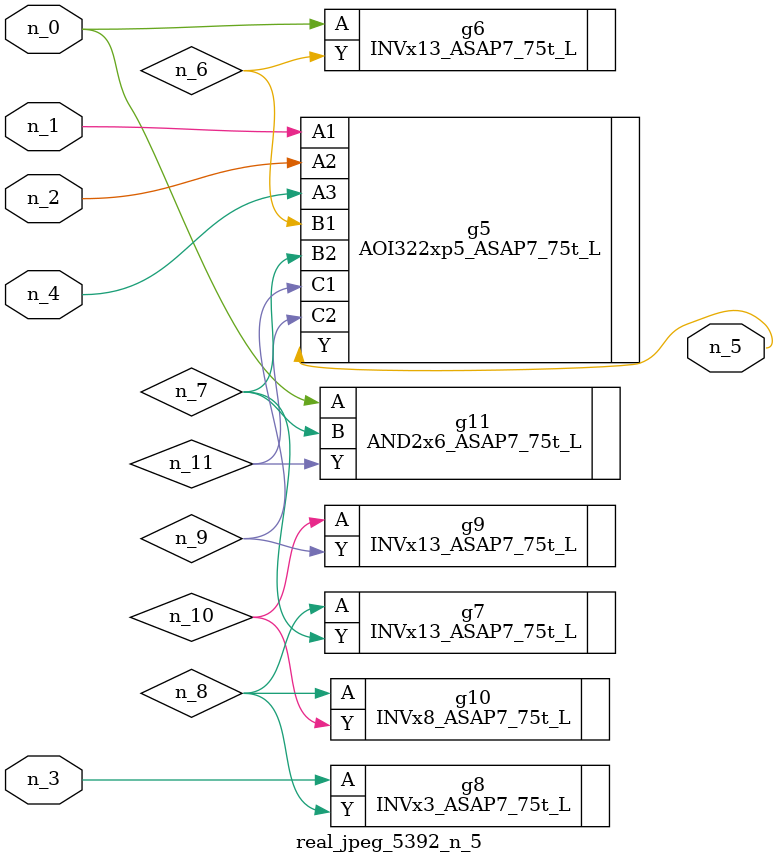
<source format=v>
module real_jpeg_5392_n_5 (n_4, n_0, n_1, n_2, n_3, n_5);

input n_4;
input n_0;
input n_1;
input n_2;
input n_3;

output n_5;

wire n_8;
wire n_11;
wire n_6;
wire n_7;
wire n_10;
wire n_9;

INVx13_ASAP7_75t_L g6 ( 
.A(n_0),
.Y(n_6)
);

AND2x6_ASAP7_75t_L g11 ( 
.A(n_0),
.B(n_7),
.Y(n_11)
);

AOI322xp5_ASAP7_75t_L g5 ( 
.A1(n_1),
.A2(n_2),
.A3(n_4),
.B1(n_6),
.B2(n_7),
.C1(n_9),
.C2(n_11),
.Y(n_5)
);

INVx3_ASAP7_75t_L g8 ( 
.A(n_3),
.Y(n_8)
);

INVx13_ASAP7_75t_L g7 ( 
.A(n_8),
.Y(n_7)
);

INVx8_ASAP7_75t_L g10 ( 
.A(n_8),
.Y(n_10)
);

INVx13_ASAP7_75t_L g9 ( 
.A(n_10),
.Y(n_9)
);


endmodule
</source>
